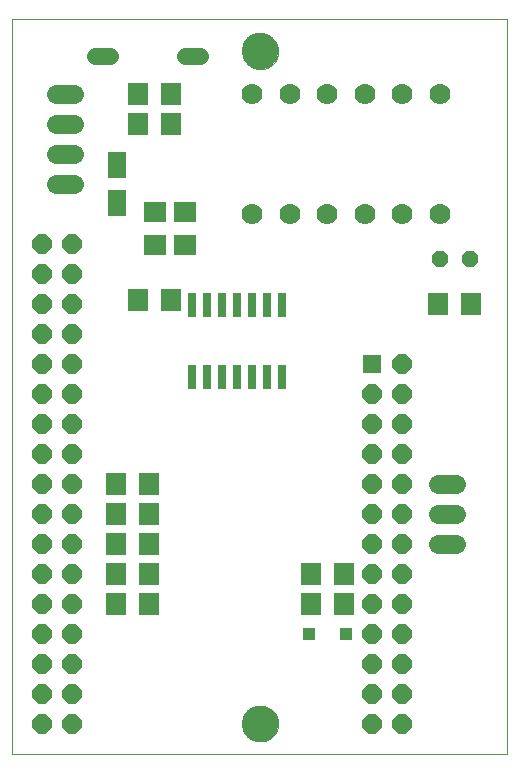
<source format=gts>
G75*
%MOIN*%
%OFA0B0*%
%FSLAX25Y25*%
%IPPOS*%
%LPD*%
%AMOC8*
5,1,8,0,0,1.08239X$1,22.5*
%
%ADD10C,0.00000*%
%ADD11C,0.12211*%
%ADD12C,0.06400*%
%ADD13R,0.05912X0.09061*%
%ADD14R,0.06699X0.07487*%
%ADD15R,0.07487X0.06699*%
%ADD16C,0.07000*%
%ADD17R,0.03943X0.04140*%
%ADD18R,0.03000X0.08400*%
%ADD19OC8,0.06400*%
%ADD20R,0.06400X0.06400*%
%ADD21OC8,0.05600*%
%ADD22C,0.05600*%
D10*
X0027500Y0001000D02*
X0027500Y0245961D01*
X0192500Y0246000D01*
X0192500Y0001000D01*
X0027500Y0001000D01*
X0104271Y0011000D02*
X0104273Y0011153D01*
X0104279Y0011307D01*
X0104289Y0011460D01*
X0104303Y0011612D01*
X0104321Y0011765D01*
X0104343Y0011916D01*
X0104368Y0012067D01*
X0104398Y0012218D01*
X0104432Y0012368D01*
X0104469Y0012516D01*
X0104510Y0012664D01*
X0104555Y0012810D01*
X0104604Y0012956D01*
X0104657Y0013100D01*
X0104713Y0013242D01*
X0104773Y0013383D01*
X0104837Y0013523D01*
X0104904Y0013661D01*
X0104975Y0013797D01*
X0105050Y0013931D01*
X0105127Y0014063D01*
X0105209Y0014193D01*
X0105293Y0014321D01*
X0105381Y0014447D01*
X0105472Y0014570D01*
X0105566Y0014691D01*
X0105664Y0014809D01*
X0105764Y0014925D01*
X0105868Y0015038D01*
X0105974Y0015149D01*
X0106083Y0015257D01*
X0106195Y0015362D01*
X0106309Y0015463D01*
X0106427Y0015562D01*
X0106546Y0015658D01*
X0106668Y0015751D01*
X0106793Y0015840D01*
X0106920Y0015927D01*
X0107049Y0016009D01*
X0107180Y0016089D01*
X0107313Y0016165D01*
X0107448Y0016238D01*
X0107585Y0016307D01*
X0107724Y0016372D01*
X0107864Y0016434D01*
X0108006Y0016492D01*
X0108149Y0016547D01*
X0108294Y0016598D01*
X0108440Y0016645D01*
X0108587Y0016688D01*
X0108735Y0016727D01*
X0108884Y0016763D01*
X0109034Y0016794D01*
X0109185Y0016822D01*
X0109336Y0016846D01*
X0109489Y0016866D01*
X0109641Y0016882D01*
X0109794Y0016894D01*
X0109947Y0016902D01*
X0110100Y0016906D01*
X0110254Y0016906D01*
X0110407Y0016902D01*
X0110560Y0016894D01*
X0110713Y0016882D01*
X0110865Y0016866D01*
X0111018Y0016846D01*
X0111169Y0016822D01*
X0111320Y0016794D01*
X0111470Y0016763D01*
X0111619Y0016727D01*
X0111767Y0016688D01*
X0111914Y0016645D01*
X0112060Y0016598D01*
X0112205Y0016547D01*
X0112348Y0016492D01*
X0112490Y0016434D01*
X0112630Y0016372D01*
X0112769Y0016307D01*
X0112906Y0016238D01*
X0113041Y0016165D01*
X0113174Y0016089D01*
X0113305Y0016009D01*
X0113434Y0015927D01*
X0113561Y0015840D01*
X0113686Y0015751D01*
X0113808Y0015658D01*
X0113927Y0015562D01*
X0114045Y0015463D01*
X0114159Y0015362D01*
X0114271Y0015257D01*
X0114380Y0015149D01*
X0114486Y0015038D01*
X0114590Y0014925D01*
X0114690Y0014809D01*
X0114788Y0014691D01*
X0114882Y0014570D01*
X0114973Y0014447D01*
X0115061Y0014321D01*
X0115145Y0014193D01*
X0115227Y0014063D01*
X0115304Y0013931D01*
X0115379Y0013797D01*
X0115450Y0013661D01*
X0115517Y0013523D01*
X0115581Y0013383D01*
X0115641Y0013242D01*
X0115697Y0013100D01*
X0115750Y0012956D01*
X0115799Y0012810D01*
X0115844Y0012664D01*
X0115885Y0012516D01*
X0115922Y0012368D01*
X0115956Y0012218D01*
X0115986Y0012067D01*
X0116011Y0011916D01*
X0116033Y0011765D01*
X0116051Y0011612D01*
X0116065Y0011460D01*
X0116075Y0011307D01*
X0116081Y0011153D01*
X0116083Y0011000D01*
X0116081Y0010847D01*
X0116075Y0010693D01*
X0116065Y0010540D01*
X0116051Y0010388D01*
X0116033Y0010235D01*
X0116011Y0010084D01*
X0115986Y0009933D01*
X0115956Y0009782D01*
X0115922Y0009632D01*
X0115885Y0009484D01*
X0115844Y0009336D01*
X0115799Y0009190D01*
X0115750Y0009044D01*
X0115697Y0008900D01*
X0115641Y0008758D01*
X0115581Y0008617D01*
X0115517Y0008477D01*
X0115450Y0008339D01*
X0115379Y0008203D01*
X0115304Y0008069D01*
X0115227Y0007937D01*
X0115145Y0007807D01*
X0115061Y0007679D01*
X0114973Y0007553D01*
X0114882Y0007430D01*
X0114788Y0007309D01*
X0114690Y0007191D01*
X0114590Y0007075D01*
X0114486Y0006962D01*
X0114380Y0006851D01*
X0114271Y0006743D01*
X0114159Y0006638D01*
X0114045Y0006537D01*
X0113927Y0006438D01*
X0113808Y0006342D01*
X0113686Y0006249D01*
X0113561Y0006160D01*
X0113434Y0006073D01*
X0113305Y0005991D01*
X0113174Y0005911D01*
X0113041Y0005835D01*
X0112906Y0005762D01*
X0112769Y0005693D01*
X0112630Y0005628D01*
X0112490Y0005566D01*
X0112348Y0005508D01*
X0112205Y0005453D01*
X0112060Y0005402D01*
X0111914Y0005355D01*
X0111767Y0005312D01*
X0111619Y0005273D01*
X0111470Y0005237D01*
X0111320Y0005206D01*
X0111169Y0005178D01*
X0111018Y0005154D01*
X0110865Y0005134D01*
X0110713Y0005118D01*
X0110560Y0005106D01*
X0110407Y0005098D01*
X0110254Y0005094D01*
X0110100Y0005094D01*
X0109947Y0005098D01*
X0109794Y0005106D01*
X0109641Y0005118D01*
X0109489Y0005134D01*
X0109336Y0005154D01*
X0109185Y0005178D01*
X0109034Y0005206D01*
X0108884Y0005237D01*
X0108735Y0005273D01*
X0108587Y0005312D01*
X0108440Y0005355D01*
X0108294Y0005402D01*
X0108149Y0005453D01*
X0108006Y0005508D01*
X0107864Y0005566D01*
X0107724Y0005628D01*
X0107585Y0005693D01*
X0107448Y0005762D01*
X0107313Y0005835D01*
X0107180Y0005911D01*
X0107049Y0005991D01*
X0106920Y0006073D01*
X0106793Y0006160D01*
X0106668Y0006249D01*
X0106546Y0006342D01*
X0106427Y0006438D01*
X0106309Y0006537D01*
X0106195Y0006638D01*
X0106083Y0006743D01*
X0105974Y0006851D01*
X0105868Y0006962D01*
X0105764Y0007075D01*
X0105664Y0007191D01*
X0105566Y0007309D01*
X0105472Y0007430D01*
X0105381Y0007553D01*
X0105293Y0007679D01*
X0105209Y0007807D01*
X0105127Y0007937D01*
X0105050Y0008069D01*
X0104975Y0008203D01*
X0104904Y0008339D01*
X0104837Y0008477D01*
X0104773Y0008617D01*
X0104713Y0008758D01*
X0104657Y0008900D01*
X0104604Y0009044D01*
X0104555Y0009190D01*
X0104510Y0009336D01*
X0104469Y0009484D01*
X0104432Y0009632D01*
X0104398Y0009782D01*
X0104368Y0009933D01*
X0104343Y0010084D01*
X0104321Y0010235D01*
X0104303Y0010388D01*
X0104289Y0010540D01*
X0104279Y0010693D01*
X0104273Y0010847D01*
X0104271Y0011000D01*
X0104271Y0235055D02*
X0104273Y0235208D01*
X0104279Y0235362D01*
X0104289Y0235515D01*
X0104303Y0235667D01*
X0104321Y0235820D01*
X0104343Y0235971D01*
X0104368Y0236122D01*
X0104398Y0236273D01*
X0104432Y0236423D01*
X0104469Y0236571D01*
X0104510Y0236719D01*
X0104555Y0236865D01*
X0104604Y0237011D01*
X0104657Y0237155D01*
X0104713Y0237297D01*
X0104773Y0237438D01*
X0104837Y0237578D01*
X0104904Y0237716D01*
X0104975Y0237852D01*
X0105050Y0237986D01*
X0105127Y0238118D01*
X0105209Y0238248D01*
X0105293Y0238376D01*
X0105381Y0238502D01*
X0105472Y0238625D01*
X0105566Y0238746D01*
X0105664Y0238864D01*
X0105764Y0238980D01*
X0105868Y0239093D01*
X0105974Y0239204D01*
X0106083Y0239312D01*
X0106195Y0239417D01*
X0106309Y0239518D01*
X0106427Y0239617D01*
X0106546Y0239713D01*
X0106668Y0239806D01*
X0106793Y0239895D01*
X0106920Y0239982D01*
X0107049Y0240064D01*
X0107180Y0240144D01*
X0107313Y0240220D01*
X0107448Y0240293D01*
X0107585Y0240362D01*
X0107724Y0240427D01*
X0107864Y0240489D01*
X0108006Y0240547D01*
X0108149Y0240602D01*
X0108294Y0240653D01*
X0108440Y0240700D01*
X0108587Y0240743D01*
X0108735Y0240782D01*
X0108884Y0240818D01*
X0109034Y0240849D01*
X0109185Y0240877D01*
X0109336Y0240901D01*
X0109489Y0240921D01*
X0109641Y0240937D01*
X0109794Y0240949D01*
X0109947Y0240957D01*
X0110100Y0240961D01*
X0110254Y0240961D01*
X0110407Y0240957D01*
X0110560Y0240949D01*
X0110713Y0240937D01*
X0110865Y0240921D01*
X0111018Y0240901D01*
X0111169Y0240877D01*
X0111320Y0240849D01*
X0111470Y0240818D01*
X0111619Y0240782D01*
X0111767Y0240743D01*
X0111914Y0240700D01*
X0112060Y0240653D01*
X0112205Y0240602D01*
X0112348Y0240547D01*
X0112490Y0240489D01*
X0112630Y0240427D01*
X0112769Y0240362D01*
X0112906Y0240293D01*
X0113041Y0240220D01*
X0113174Y0240144D01*
X0113305Y0240064D01*
X0113434Y0239982D01*
X0113561Y0239895D01*
X0113686Y0239806D01*
X0113808Y0239713D01*
X0113927Y0239617D01*
X0114045Y0239518D01*
X0114159Y0239417D01*
X0114271Y0239312D01*
X0114380Y0239204D01*
X0114486Y0239093D01*
X0114590Y0238980D01*
X0114690Y0238864D01*
X0114788Y0238746D01*
X0114882Y0238625D01*
X0114973Y0238502D01*
X0115061Y0238376D01*
X0115145Y0238248D01*
X0115227Y0238118D01*
X0115304Y0237986D01*
X0115379Y0237852D01*
X0115450Y0237716D01*
X0115517Y0237578D01*
X0115581Y0237438D01*
X0115641Y0237297D01*
X0115697Y0237155D01*
X0115750Y0237011D01*
X0115799Y0236865D01*
X0115844Y0236719D01*
X0115885Y0236571D01*
X0115922Y0236423D01*
X0115956Y0236273D01*
X0115986Y0236122D01*
X0116011Y0235971D01*
X0116033Y0235820D01*
X0116051Y0235667D01*
X0116065Y0235515D01*
X0116075Y0235362D01*
X0116081Y0235208D01*
X0116083Y0235055D01*
X0116081Y0234902D01*
X0116075Y0234748D01*
X0116065Y0234595D01*
X0116051Y0234443D01*
X0116033Y0234290D01*
X0116011Y0234139D01*
X0115986Y0233988D01*
X0115956Y0233837D01*
X0115922Y0233687D01*
X0115885Y0233539D01*
X0115844Y0233391D01*
X0115799Y0233245D01*
X0115750Y0233099D01*
X0115697Y0232955D01*
X0115641Y0232813D01*
X0115581Y0232672D01*
X0115517Y0232532D01*
X0115450Y0232394D01*
X0115379Y0232258D01*
X0115304Y0232124D01*
X0115227Y0231992D01*
X0115145Y0231862D01*
X0115061Y0231734D01*
X0114973Y0231608D01*
X0114882Y0231485D01*
X0114788Y0231364D01*
X0114690Y0231246D01*
X0114590Y0231130D01*
X0114486Y0231017D01*
X0114380Y0230906D01*
X0114271Y0230798D01*
X0114159Y0230693D01*
X0114045Y0230592D01*
X0113927Y0230493D01*
X0113808Y0230397D01*
X0113686Y0230304D01*
X0113561Y0230215D01*
X0113434Y0230128D01*
X0113305Y0230046D01*
X0113174Y0229966D01*
X0113041Y0229890D01*
X0112906Y0229817D01*
X0112769Y0229748D01*
X0112630Y0229683D01*
X0112490Y0229621D01*
X0112348Y0229563D01*
X0112205Y0229508D01*
X0112060Y0229457D01*
X0111914Y0229410D01*
X0111767Y0229367D01*
X0111619Y0229328D01*
X0111470Y0229292D01*
X0111320Y0229261D01*
X0111169Y0229233D01*
X0111018Y0229209D01*
X0110865Y0229189D01*
X0110713Y0229173D01*
X0110560Y0229161D01*
X0110407Y0229153D01*
X0110254Y0229149D01*
X0110100Y0229149D01*
X0109947Y0229153D01*
X0109794Y0229161D01*
X0109641Y0229173D01*
X0109489Y0229189D01*
X0109336Y0229209D01*
X0109185Y0229233D01*
X0109034Y0229261D01*
X0108884Y0229292D01*
X0108735Y0229328D01*
X0108587Y0229367D01*
X0108440Y0229410D01*
X0108294Y0229457D01*
X0108149Y0229508D01*
X0108006Y0229563D01*
X0107864Y0229621D01*
X0107724Y0229683D01*
X0107585Y0229748D01*
X0107448Y0229817D01*
X0107313Y0229890D01*
X0107180Y0229966D01*
X0107049Y0230046D01*
X0106920Y0230128D01*
X0106793Y0230215D01*
X0106668Y0230304D01*
X0106546Y0230397D01*
X0106427Y0230493D01*
X0106309Y0230592D01*
X0106195Y0230693D01*
X0106083Y0230798D01*
X0105974Y0230906D01*
X0105868Y0231017D01*
X0105764Y0231130D01*
X0105664Y0231246D01*
X0105566Y0231364D01*
X0105472Y0231485D01*
X0105381Y0231608D01*
X0105293Y0231734D01*
X0105209Y0231862D01*
X0105127Y0231992D01*
X0105050Y0232124D01*
X0104975Y0232258D01*
X0104904Y0232394D01*
X0104837Y0232532D01*
X0104773Y0232672D01*
X0104713Y0232813D01*
X0104657Y0232955D01*
X0104604Y0233099D01*
X0104555Y0233245D01*
X0104510Y0233391D01*
X0104469Y0233539D01*
X0104432Y0233687D01*
X0104398Y0233837D01*
X0104368Y0233988D01*
X0104343Y0234139D01*
X0104321Y0234290D01*
X0104303Y0234443D01*
X0104289Y0234595D01*
X0104279Y0234748D01*
X0104273Y0234902D01*
X0104271Y0235055D01*
D11*
X0110177Y0235055D03*
X0110177Y0011000D03*
D12*
X0169500Y0071000D02*
X0175500Y0071000D01*
X0175500Y0081000D02*
X0169500Y0081000D01*
X0169500Y0091000D02*
X0175500Y0091000D01*
X0048000Y0191000D02*
X0042000Y0191000D01*
X0042000Y0201000D02*
X0048000Y0201000D01*
X0048000Y0211000D02*
X0042000Y0211000D01*
X0042000Y0221000D02*
X0048000Y0221000D01*
D13*
X0062500Y0197299D03*
X0062500Y0184701D03*
D14*
X0069488Y0211000D03*
X0069488Y0221000D03*
X0080512Y0221000D03*
X0080512Y0211000D03*
X0080512Y0152250D03*
X0069488Y0152250D03*
X0073012Y0091000D03*
X0073012Y0081000D03*
X0073012Y0071000D03*
X0073012Y0061000D03*
X0073012Y0051000D03*
X0061988Y0051000D03*
X0061988Y0061000D03*
X0061988Y0071000D03*
X0061988Y0081000D03*
X0061988Y0091000D03*
X0126988Y0061000D03*
X0126988Y0051000D03*
X0138012Y0051000D03*
X0138012Y0061000D03*
X0169488Y0151000D03*
X0180512Y0151000D03*
D15*
X0085000Y0170488D03*
X0085000Y0181512D03*
X0075000Y0181512D03*
X0075000Y0170488D03*
D16*
X0107500Y0181000D03*
X0120000Y0181000D03*
X0132500Y0181000D03*
X0145000Y0181000D03*
X0157500Y0181000D03*
X0170000Y0181000D03*
X0170000Y0221000D03*
X0157500Y0221000D03*
X0145000Y0221000D03*
X0132500Y0221000D03*
X0120000Y0221000D03*
X0107500Y0221000D03*
D17*
X0126299Y0041000D03*
X0138701Y0041000D03*
D18*
X0117500Y0126400D03*
X0112500Y0126400D03*
X0107500Y0126400D03*
X0102500Y0126400D03*
X0097500Y0126400D03*
X0092500Y0126400D03*
X0087500Y0126400D03*
X0087500Y0150600D03*
X0092500Y0150600D03*
X0097500Y0150600D03*
X0102500Y0150600D03*
X0107500Y0150600D03*
X0112500Y0150600D03*
X0117500Y0150600D03*
D19*
X0147500Y0121000D03*
X0147500Y0111000D03*
X0147500Y0101000D03*
X0147500Y0091000D03*
X0147500Y0081000D03*
X0147500Y0071000D03*
X0147500Y0061000D03*
X0147500Y0051000D03*
X0147500Y0041000D03*
X0147500Y0031000D03*
X0147500Y0021000D03*
X0147500Y0011000D03*
X0157500Y0011000D03*
X0157500Y0021000D03*
X0157500Y0031000D03*
X0157500Y0041000D03*
X0157500Y0051000D03*
X0157500Y0061000D03*
X0157500Y0071000D03*
X0157500Y0081000D03*
X0157500Y0091000D03*
X0157500Y0101000D03*
X0157500Y0111000D03*
X0157500Y0121000D03*
X0157500Y0131000D03*
X0047500Y0131000D03*
X0047500Y0141000D03*
X0047500Y0151000D03*
X0047500Y0161000D03*
X0047500Y0171000D03*
X0037500Y0171000D03*
X0037500Y0161000D03*
X0037500Y0151000D03*
X0037500Y0141000D03*
X0037500Y0131000D03*
X0037500Y0121000D03*
X0037500Y0111000D03*
X0037500Y0101000D03*
X0037500Y0091000D03*
X0037500Y0081000D03*
X0037500Y0071000D03*
X0037500Y0061000D03*
X0037500Y0051000D03*
X0037500Y0041000D03*
X0037500Y0031000D03*
X0037500Y0021000D03*
X0037500Y0011000D03*
X0047500Y0011000D03*
X0047500Y0021000D03*
X0047500Y0031000D03*
X0047500Y0041000D03*
X0047500Y0051000D03*
X0047500Y0061000D03*
X0047500Y0071000D03*
X0047500Y0081000D03*
X0047500Y0091000D03*
X0047500Y0101000D03*
X0047500Y0111000D03*
X0047500Y0121000D03*
D20*
X0147500Y0131000D03*
D21*
X0170000Y0166000D03*
X0180000Y0166000D03*
D22*
X0090100Y0233500D02*
X0084900Y0233500D01*
X0060100Y0233500D02*
X0054900Y0233500D01*
M02*

</source>
